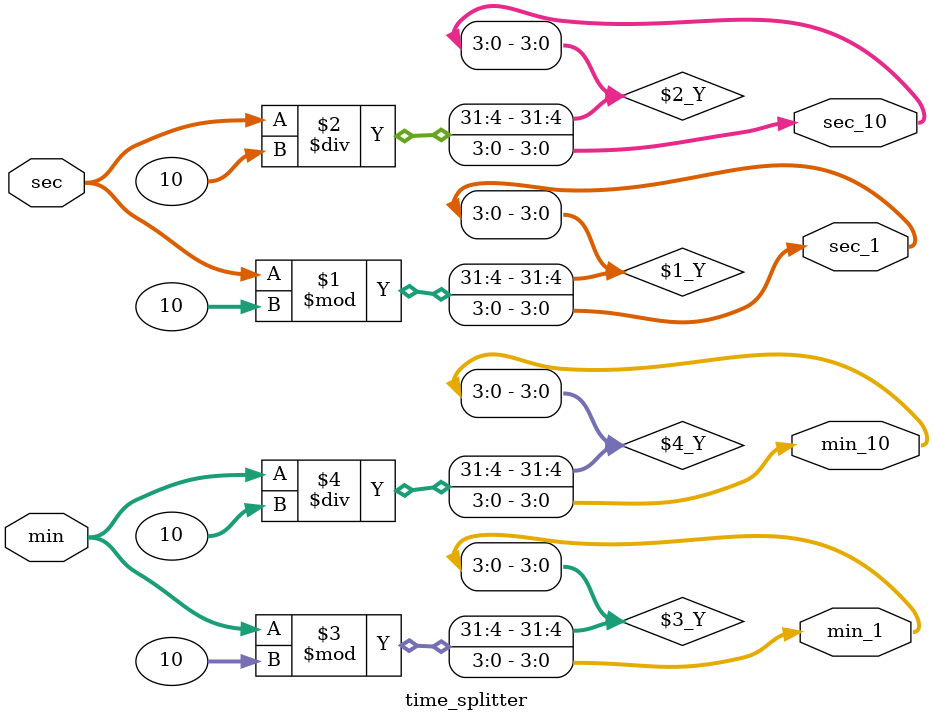
<source format=v>
`timescale 1ns / 1ps


module time_splitter (
    input [7:0] min,
    input [7:0] sec,

    output [3:0] sec_1,
    output [3:0] sec_10,
    output [3:0] min_1,
    output [3:0] min_10
);

    assign sec_1  = sec % 10;
    assign sec_10 = sec / 10;
    assign min_1  = min % 10;
    assign min_10 = min / 10;

endmodule

</source>
